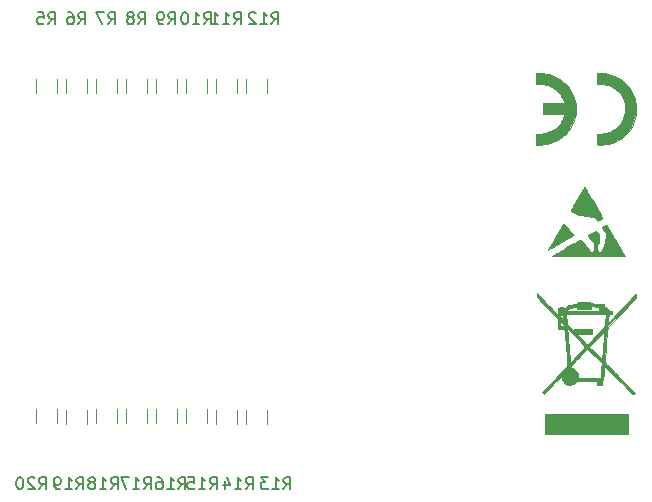
<source format=gbr>
G04 #@! TF.GenerationSoftware,KiCad,Pcbnew,(5.1.5)-3*
G04 #@! TF.CreationDate,2020-05-30T20:03:18+02:00*
G04 #@! TF.ProjectId,MultiSwitch_Sw16_ProMicro,4d756c74-6953-4776-9974-63685f537731,V1.0*
G04 #@! TF.SameCoordinates,Original*
G04 #@! TF.FileFunction,Legend,Bot*
G04 #@! TF.FilePolarity,Positive*
%FSLAX46Y46*%
G04 Gerber Fmt 4.6, Leading zero omitted, Abs format (unit mm)*
G04 Created by KiCad (PCBNEW (5.1.5)-3) date 2020-05-30 20:03:18*
%MOMM*%
%LPD*%
G04 APERTURE LIST*
%ADD10C,0.010000*%
%ADD11C,0.120000*%
%ADD12C,0.150000*%
G04 APERTURE END LIST*
D10*
G36*
X168512795Y-104042248D02*
G01*
X168514022Y-104214706D01*
X169408614Y-105123628D01*
X170303206Y-106032549D01*
X170304510Y-106866765D01*
X170849301Y-106866765D01*
X170863339Y-106972598D01*
X170868655Y-107020837D01*
X170877614Y-107111679D01*
X170889739Y-107239704D01*
X170904550Y-107399494D01*
X170921568Y-107585630D01*
X170940313Y-107792693D01*
X170960306Y-108015265D01*
X170981068Y-108247926D01*
X171002120Y-108485257D01*
X171022983Y-108721840D01*
X171043177Y-108952256D01*
X171062222Y-109171086D01*
X171079641Y-109372911D01*
X171094953Y-109552312D01*
X171107679Y-109703870D01*
X171117341Y-109822168D01*
X171123458Y-109901784D01*
X171125551Y-109937302D01*
X171125550Y-109937471D01*
X171110284Y-109965970D01*
X171064430Y-110024815D01*
X170987365Y-110114691D01*
X170878465Y-110236283D01*
X170737105Y-110390276D01*
X170562662Y-110577355D01*
X170354512Y-110798204D01*
X170112032Y-111053510D01*
X170043875Y-111125000D01*
X168962925Y-112258039D01*
X169050316Y-112345196D01*
X169137706Y-112432353D01*
X169279098Y-112278521D01*
X169330824Y-112222926D01*
X169411624Y-112136953D01*
X169516167Y-112026235D01*
X169639121Y-111896403D01*
X169775157Y-111753089D01*
X169918941Y-111601927D01*
X170004960Y-111511644D01*
X170166451Y-111342509D01*
X170296983Y-111207033D01*
X170399884Y-111102752D01*
X170478483Y-111027203D01*
X170536108Y-110977922D01*
X170576089Y-110952446D01*
X170601752Y-110948311D01*
X170616427Y-110963054D01*
X170623442Y-110994212D01*
X170626125Y-111039320D01*
X170626485Y-111051630D01*
X170645137Y-111136433D01*
X170691094Y-111238934D01*
X170755181Y-111342924D01*
X170828226Y-111432191D01*
X170857454Y-111459766D01*
X171007422Y-111556250D01*
X171182605Y-111610234D01*
X171337488Y-111623039D01*
X171513014Y-111598886D01*
X171675121Y-111528061D01*
X171818596Y-111413017D01*
X171845068Y-111384381D01*
X171941867Y-111274412D01*
X173616471Y-111274412D01*
X173616471Y-111623039D01*
X174064706Y-111623039D01*
X174064706Y-111460168D01*
X174070331Y-111348980D01*
X174089229Y-111271805D01*
X174112197Y-111229825D01*
X174128607Y-111199789D01*
X174142659Y-111156239D01*
X174155284Y-111092720D01*
X174167413Y-111002774D01*
X174179976Y-110879947D01*
X174193906Y-110717782D01*
X174203444Y-110597144D01*
X174247200Y-110031934D01*
X175321374Y-111120085D01*
X175515595Y-111316981D01*
X175702043Y-111506281D01*
X175877310Y-111684506D01*
X176037989Y-111848180D01*
X176180674Y-111993824D01*
X176301958Y-112117962D01*
X176398434Y-112217115D01*
X176466696Y-112287807D01*
X176503298Y-112326520D01*
X176563432Y-112387811D01*
X176613592Y-112430559D01*
X176640571Y-112444804D01*
X176675032Y-112428118D01*
X176725264Y-112386425D01*
X176742291Y-112369447D01*
X176814488Y-112294089D01*
X176416999Y-111890164D01*
X176315592Y-111787266D01*
X176184833Y-111654820D01*
X176030459Y-111498625D01*
X175858204Y-111324478D01*
X175673806Y-111138176D01*
X175483001Y-110945518D01*
X175291523Y-110752301D01*
X175154167Y-110613777D01*
X174945372Y-110402678D01*
X174769962Y-110223960D01*
X174625692Y-110075204D01*
X174510320Y-109953991D01*
X174421601Y-109857903D01*
X174377630Y-109807727D01*
X174024531Y-109807727D01*
X173980323Y-110372981D01*
X173966991Y-110538668D01*
X173954095Y-110690185D01*
X173942364Y-110819611D01*
X173932530Y-110919027D01*
X173925324Y-110980515D01*
X173923005Y-110994265D01*
X173909895Y-111050294D01*
X172029564Y-111050294D01*
X172017012Y-110893925D01*
X171979116Y-110709173D01*
X171899812Y-110545742D01*
X171784101Y-110409585D01*
X171636981Y-110306654D01*
X171471854Y-110244866D01*
X171418284Y-110215883D01*
X171391465Y-110153680D01*
X171390903Y-110150937D01*
X171387685Y-110124677D01*
X171391663Y-110097787D01*
X171406719Y-110065279D01*
X171436736Y-110022166D01*
X171485597Y-109963461D01*
X171557184Y-109884174D01*
X171655380Y-109779319D01*
X171784068Y-109643907D01*
X171792383Y-109635186D01*
X171930800Y-109489837D01*
X172077957Y-109335021D01*
X172223741Y-109181397D01*
X172358042Y-109039623D01*
X172470747Y-108920355D01*
X172495882Y-108893692D01*
X172592238Y-108793153D01*
X172677834Y-108707115D01*
X172746527Y-108641496D01*
X172792172Y-108602214D01*
X172807497Y-108593580D01*
X172830352Y-108611650D01*
X172883799Y-108661219D01*
X172963630Y-108738162D01*
X173065636Y-108838351D01*
X173185608Y-108957660D01*
X173319337Y-109091962D01*
X173428636Y-109202589D01*
X174024531Y-109807727D01*
X174377630Y-109807727D01*
X174357292Y-109784519D01*
X174315148Y-109731420D01*
X174292927Y-109696189D01*
X174287983Y-109679873D01*
X174289856Y-109644266D01*
X174295546Y-109563669D01*
X174304685Y-109442720D01*
X174316904Y-109286058D01*
X174331836Y-109098320D01*
X174349113Y-108884146D01*
X174368365Y-108648172D01*
X174389225Y-108395036D01*
X174406037Y-108192729D01*
X174501157Y-107052099D01*
X174256398Y-107052099D01*
X174255344Y-107076714D01*
X174250386Y-107146041D01*
X174241922Y-107255171D01*
X174230352Y-107399200D01*
X174216072Y-107573219D01*
X174199483Y-107772322D01*
X174180981Y-107991604D01*
X174163225Y-108199797D01*
X174143113Y-108436016D01*
X174124379Y-108659000D01*
X174107454Y-108863428D01*
X174092765Y-109043975D01*
X174080743Y-109195320D01*
X174071817Y-109312139D01*
X174066415Y-109389111D01*
X174064916Y-109419004D01*
X174062577Y-109437608D01*
X174053311Y-109444991D01*
X174033546Y-109438070D01*
X173999710Y-109413767D01*
X173948231Y-109368999D01*
X173875538Y-109300688D01*
X173778058Y-109205751D01*
X173652221Y-109081110D01*
X173518703Y-108947917D01*
X172972699Y-108402337D01*
X172976526Y-108398235D01*
X172615613Y-108398235D01*
X172599164Y-108420761D01*
X172553117Y-108473801D01*
X172482086Y-108552481D01*
X172390686Y-108651926D01*
X172283532Y-108767261D01*
X172165240Y-108893612D01*
X172040424Y-109026104D01*
X171913700Y-109159863D01*
X171789682Y-109290013D01*
X171672987Y-109411680D01*
X171568228Y-109519990D01*
X171480021Y-109610068D01*
X171412981Y-109677038D01*
X171371724Y-109716027D01*
X171360473Y-109723970D01*
X171356764Y-109698332D01*
X171349065Y-109627519D01*
X171337798Y-109515964D01*
X171323389Y-109368100D01*
X171306259Y-109188359D01*
X171286833Y-108981175D01*
X171265533Y-108750981D01*
X171242783Y-108502210D01*
X171224619Y-108301615D01*
X171201384Y-108041512D01*
X171179917Y-107796484D01*
X171160579Y-107570976D01*
X171143732Y-107369432D01*
X171129735Y-107196297D01*
X171118950Y-107056018D01*
X171111739Y-106953037D01*
X171108461Y-106891801D01*
X171108836Y-106875902D01*
X171128426Y-106890064D01*
X171178311Y-106935587D01*
X171254132Y-107008064D01*
X171351528Y-107103090D01*
X171466136Y-107216258D01*
X171593597Y-107343162D01*
X171729548Y-107479396D01*
X171869629Y-107620554D01*
X172009478Y-107762230D01*
X172144735Y-107900016D01*
X172271038Y-108029508D01*
X172384026Y-108146300D01*
X172479338Y-108245984D01*
X172552612Y-108324154D01*
X172599489Y-108376406D01*
X172615613Y-108398235D01*
X172976526Y-108398235D01*
X173176301Y-108184132D01*
X173279992Y-108073393D01*
X173396372Y-107949759D01*
X173520840Y-107818054D01*
X173648794Y-107683100D01*
X173775633Y-107549720D01*
X173896755Y-107422737D01*
X174007558Y-107306972D01*
X174103442Y-107207250D01*
X174179806Y-107128392D01*
X174232046Y-107075222D01*
X174255563Y-107052562D01*
X174256398Y-107052099D01*
X174501157Y-107052099D01*
X174524931Y-106767026D01*
X176903529Y-104265520D01*
X176901779Y-103915882D01*
X176709664Y-104121103D01*
X176602145Y-104235564D01*
X176475204Y-104370041D01*
X176332266Y-104520956D01*
X176176757Y-104684729D01*
X176012103Y-104857782D01*
X175841729Y-105036537D01*
X175669061Y-105217415D01*
X175497525Y-105396838D01*
X175330546Y-105571226D01*
X175171550Y-105737002D01*
X175023963Y-105890586D01*
X174891211Y-106028400D01*
X174776718Y-106146866D01*
X174683912Y-106242404D01*
X174616217Y-106311437D01*
X174577060Y-106350385D01*
X174568478Y-106357857D01*
X174567888Y-106331866D01*
X174571134Y-106265319D01*
X174577653Y-106167272D01*
X174586880Y-106046779D01*
X174590841Y-105998645D01*
X174620339Y-105646569D01*
X174389380Y-105646569D01*
X174377456Y-105702598D01*
X174371375Y-105746909D01*
X174362830Y-105830283D01*
X174352809Y-105942097D01*
X174342299Y-106071728D01*
X174338662Y-106119706D01*
X174327934Y-106257460D01*
X174317106Y-106385387D01*
X174307261Y-106491399D01*
X174299482Y-106563409D01*
X174297728Y-106576477D01*
X174291111Y-106603307D01*
X174276788Y-106634712D01*
X174251713Y-106674214D01*
X174212841Y-106725332D01*
X174157126Y-106791589D01*
X174081523Y-106876503D01*
X173982987Y-106983595D01*
X173858471Y-107116386D01*
X173704930Y-107278397D01*
X173548300Y-107442783D01*
X173392470Y-107605461D01*
X173247006Y-107756118D01*
X173115531Y-107891093D01*
X173001665Y-108006722D01*
X172909030Y-108099343D01*
X172841246Y-108165294D01*
X172801935Y-108200910D01*
X172793552Y-108206208D01*
X172771496Y-108186996D01*
X172719942Y-108136893D01*
X172643894Y-108060926D01*
X172548355Y-107964121D01*
X172438328Y-107851504D01*
X172358760Y-107769461D01*
X171943350Y-107339902D01*
X173168235Y-107339902D01*
X173168235Y-106866765D01*
X171674118Y-106866765D01*
X171674118Y-107077582D01*
X171400196Y-106804510D01*
X171205884Y-106610800D01*
X170827451Y-106610800D01*
X170823831Y-106641358D01*
X170805509Y-106658383D01*
X170761293Y-106665801D01*
X170679988Y-106667536D01*
X170665588Y-106667549D01*
X170503726Y-106667549D01*
X170503726Y-106233204D01*
X170665588Y-106393628D01*
X170756895Y-106491161D01*
X170811507Y-106565883D01*
X170827451Y-106610800D01*
X171205884Y-106610800D01*
X171126275Y-106531438D01*
X171126275Y-106288219D01*
X171125512Y-106176323D01*
X171122021Y-106105137D01*
X171114000Y-106065579D01*
X171099644Y-106048562D01*
X171077996Y-106045000D01*
X171053920Y-106039771D01*
X171036125Y-106018805D01*
X171022459Y-105974186D01*
X171010772Y-105897997D01*
X170998911Y-105782320D01*
X170995104Y-105739951D01*
X170986863Y-105646569D01*
X174389380Y-105646569D01*
X174620339Y-105646569D01*
X174936275Y-105646569D01*
X174936275Y-105422451D01*
X174802013Y-105422451D01*
X174723486Y-105420300D01*
X174680817Y-105409919D01*
X174675597Y-105403740D01*
X174400593Y-105403740D01*
X174386120Y-105417855D01*
X174335986Y-105422212D01*
X174302151Y-105422451D01*
X174189216Y-105422451D01*
X173768064Y-105422451D01*
X170966755Y-105422451D01*
X171061504Y-105325419D01*
X171208664Y-105205681D01*
X171390793Y-105113330D01*
X171610977Y-105047100D01*
X171829755Y-105010470D01*
X171972941Y-104993379D01*
X171972941Y-105173431D01*
X173118431Y-105173431D01*
X173118431Y-104969161D01*
X173286520Y-104986197D01*
X173403963Y-105000574D01*
X173529091Y-105019633D01*
X173604020Y-105033245D01*
X173753431Y-105063257D01*
X173760748Y-105242854D01*
X173768064Y-105422451D01*
X174189216Y-105422451D01*
X174189216Y-105322843D01*
X174192508Y-105260443D01*
X174200733Y-105225760D01*
X174204048Y-105223235D01*
X174240914Y-105239208D01*
X174294774Y-105277957D01*
X174348769Y-105325732D01*
X174386038Y-105368781D01*
X174389358Y-105374379D01*
X174400593Y-105403740D01*
X174675597Y-105403740D01*
X174660115Y-105385416D01*
X174651758Y-105358724D01*
X174617648Y-105289456D01*
X174552136Y-105206185D01*
X174466493Y-105120587D01*
X174371991Y-105044339D01*
X174309917Y-105004625D01*
X174239205Y-104961155D01*
X174202956Y-104924638D01*
X174190220Y-104881578D01*
X174189241Y-104855931D01*
X174189240Y-104849706D01*
X172919216Y-104849706D01*
X172919216Y-104974216D01*
X172172157Y-104974216D01*
X172172157Y-104849706D01*
X172919216Y-104849706D01*
X174189240Y-104849706D01*
X174189216Y-104775000D01*
X173979624Y-104775000D01*
X173883193Y-104777331D01*
X173808037Y-104783543D01*
X173766257Y-104792465D01*
X173761732Y-104796078D01*
X173735230Y-104801624D01*
X173670733Y-104799352D01*
X173579323Y-104789935D01*
X173516863Y-104781240D01*
X173403608Y-104764159D01*
X173300030Y-104748739D01*
X173222192Y-104737363D01*
X173199363Y-104734132D01*
X173139718Y-104715660D01*
X173118431Y-104686715D01*
X173111959Y-104674926D01*
X173088808Y-104665933D01*
X173043374Y-104659381D01*
X172970055Y-104654915D01*
X172863246Y-104652181D01*
X172717346Y-104650826D01*
X172545686Y-104650490D01*
X172362481Y-104650681D01*
X172223108Y-104651579D01*
X172121596Y-104653677D01*
X172051974Y-104657467D01*
X172008269Y-104663439D01*
X171984512Y-104672085D01*
X171974731Y-104683897D01*
X171972941Y-104697630D01*
X171957705Y-104741221D01*
X171907799Y-104766027D01*
X171816924Y-104774874D01*
X171800574Y-104775000D01*
X171646680Y-104790876D01*
X171471891Y-104834579D01*
X171291968Y-104900224D01*
X171122676Y-104981927D01*
X170979777Y-105073801D01*
X170961269Y-105088358D01*
X170900944Y-105135720D01*
X170865220Y-105154690D01*
X170840272Y-105148557D01*
X170814664Y-105123256D01*
X170739028Y-105073695D01*
X170640591Y-105054669D01*
X170534588Y-105064564D01*
X170436254Y-105101763D01*
X170360824Y-105164651D01*
X170355361Y-105171961D01*
X170298919Y-105289354D01*
X170288418Y-105410869D01*
X170322699Y-105526707D01*
X170400604Y-105627068D01*
X170410130Y-105635355D01*
X170465442Y-105674722D01*
X170521562Y-105692058D01*
X170600459Y-105693310D01*
X170620168Y-105692200D01*
X170697362Y-105689367D01*
X170737124Y-105695857D01*
X170751519Y-105715441D01*
X170752996Y-105733726D01*
X170756013Y-105786768D01*
X170763500Y-105866539D01*
X170768881Y-105914265D01*
X170776686Y-105990069D01*
X170773440Y-106028874D01*
X170754617Y-106043058D01*
X170721089Y-106045000D01*
X170701204Y-106038587D01*
X170669126Y-106017831D01*
X170622478Y-105980456D01*
X170558882Y-105924189D01*
X170475962Y-105846755D01*
X170371340Y-105745878D01*
X170242639Y-105619283D01*
X170087482Y-105464696D01*
X169903492Y-105279842D01*
X169688291Y-105062446D01*
X169584581Y-104957395D01*
X168511569Y-103869791D01*
X168512795Y-104042248D01*
G37*
X168512795Y-104042248D02*
X168514022Y-104214706D01*
X169408614Y-105123628D01*
X170303206Y-106032549D01*
X170304510Y-106866765D01*
X170849301Y-106866765D01*
X170863339Y-106972598D01*
X170868655Y-107020837D01*
X170877614Y-107111679D01*
X170889739Y-107239704D01*
X170904550Y-107399494D01*
X170921568Y-107585630D01*
X170940313Y-107792693D01*
X170960306Y-108015265D01*
X170981068Y-108247926D01*
X171002120Y-108485257D01*
X171022983Y-108721840D01*
X171043177Y-108952256D01*
X171062222Y-109171086D01*
X171079641Y-109372911D01*
X171094953Y-109552312D01*
X171107679Y-109703870D01*
X171117341Y-109822168D01*
X171123458Y-109901784D01*
X171125551Y-109937302D01*
X171125550Y-109937471D01*
X171110284Y-109965970D01*
X171064430Y-110024815D01*
X170987365Y-110114691D01*
X170878465Y-110236283D01*
X170737105Y-110390276D01*
X170562662Y-110577355D01*
X170354512Y-110798204D01*
X170112032Y-111053510D01*
X170043875Y-111125000D01*
X168962925Y-112258039D01*
X169050316Y-112345196D01*
X169137706Y-112432353D01*
X169279098Y-112278521D01*
X169330824Y-112222926D01*
X169411624Y-112136953D01*
X169516167Y-112026235D01*
X169639121Y-111896403D01*
X169775157Y-111753089D01*
X169918941Y-111601927D01*
X170004960Y-111511644D01*
X170166451Y-111342509D01*
X170296983Y-111207033D01*
X170399884Y-111102752D01*
X170478483Y-111027203D01*
X170536108Y-110977922D01*
X170576089Y-110952446D01*
X170601752Y-110948311D01*
X170616427Y-110963054D01*
X170623442Y-110994212D01*
X170626125Y-111039320D01*
X170626485Y-111051630D01*
X170645137Y-111136433D01*
X170691094Y-111238934D01*
X170755181Y-111342924D01*
X170828226Y-111432191D01*
X170857454Y-111459766D01*
X171007422Y-111556250D01*
X171182605Y-111610234D01*
X171337488Y-111623039D01*
X171513014Y-111598886D01*
X171675121Y-111528061D01*
X171818596Y-111413017D01*
X171845068Y-111384381D01*
X171941867Y-111274412D01*
X173616471Y-111274412D01*
X173616471Y-111623039D01*
X174064706Y-111623039D01*
X174064706Y-111460168D01*
X174070331Y-111348980D01*
X174089229Y-111271805D01*
X174112197Y-111229825D01*
X174128607Y-111199789D01*
X174142659Y-111156239D01*
X174155284Y-111092720D01*
X174167413Y-111002774D01*
X174179976Y-110879947D01*
X174193906Y-110717782D01*
X174203444Y-110597144D01*
X174247200Y-110031934D01*
X175321374Y-111120085D01*
X175515595Y-111316981D01*
X175702043Y-111506281D01*
X175877310Y-111684506D01*
X176037989Y-111848180D01*
X176180674Y-111993824D01*
X176301958Y-112117962D01*
X176398434Y-112217115D01*
X176466696Y-112287807D01*
X176503298Y-112326520D01*
X176563432Y-112387811D01*
X176613592Y-112430559D01*
X176640571Y-112444804D01*
X176675032Y-112428118D01*
X176725264Y-112386425D01*
X176742291Y-112369447D01*
X176814488Y-112294089D01*
X176416999Y-111890164D01*
X176315592Y-111787266D01*
X176184833Y-111654820D01*
X176030459Y-111498625D01*
X175858204Y-111324478D01*
X175673806Y-111138176D01*
X175483001Y-110945518D01*
X175291523Y-110752301D01*
X175154167Y-110613777D01*
X174945372Y-110402678D01*
X174769962Y-110223960D01*
X174625692Y-110075204D01*
X174510320Y-109953991D01*
X174421601Y-109857903D01*
X174377630Y-109807727D01*
X174024531Y-109807727D01*
X173980323Y-110372981D01*
X173966991Y-110538668D01*
X173954095Y-110690185D01*
X173942364Y-110819611D01*
X173932530Y-110919027D01*
X173925324Y-110980515D01*
X173923005Y-110994265D01*
X173909895Y-111050294D01*
X172029564Y-111050294D01*
X172017012Y-110893925D01*
X171979116Y-110709173D01*
X171899812Y-110545742D01*
X171784101Y-110409585D01*
X171636981Y-110306654D01*
X171471854Y-110244866D01*
X171418284Y-110215883D01*
X171391465Y-110153680D01*
X171390903Y-110150937D01*
X171387685Y-110124677D01*
X171391663Y-110097787D01*
X171406719Y-110065279D01*
X171436736Y-110022166D01*
X171485597Y-109963461D01*
X171557184Y-109884174D01*
X171655380Y-109779319D01*
X171784068Y-109643907D01*
X171792383Y-109635186D01*
X171930800Y-109489837D01*
X172077957Y-109335021D01*
X172223741Y-109181397D01*
X172358042Y-109039623D01*
X172470747Y-108920355D01*
X172495882Y-108893692D01*
X172592238Y-108793153D01*
X172677834Y-108707115D01*
X172746527Y-108641496D01*
X172792172Y-108602214D01*
X172807497Y-108593580D01*
X172830352Y-108611650D01*
X172883799Y-108661219D01*
X172963630Y-108738162D01*
X173065636Y-108838351D01*
X173185608Y-108957660D01*
X173319337Y-109091962D01*
X173428636Y-109202589D01*
X174024531Y-109807727D01*
X174377630Y-109807727D01*
X174357292Y-109784519D01*
X174315148Y-109731420D01*
X174292927Y-109696189D01*
X174287983Y-109679873D01*
X174289856Y-109644266D01*
X174295546Y-109563669D01*
X174304685Y-109442720D01*
X174316904Y-109286058D01*
X174331836Y-109098320D01*
X174349113Y-108884146D01*
X174368365Y-108648172D01*
X174389225Y-108395036D01*
X174406037Y-108192729D01*
X174501157Y-107052099D01*
X174256398Y-107052099D01*
X174255344Y-107076714D01*
X174250386Y-107146041D01*
X174241922Y-107255171D01*
X174230352Y-107399200D01*
X174216072Y-107573219D01*
X174199483Y-107772322D01*
X174180981Y-107991604D01*
X174163225Y-108199797D01*
X174143113Y-108436016D01*
X174124379Y-108659000D01*
X174107454Y-108863428D01*
X174092765Y-109043975D01*
X174080743Y-109195320D01*
X174071817Y-109312139D01*
X174066415Y-109389111D01*
X174064916Y-109419004D01*
X174062577Y-109437608D01*
X174053311Y-109444991D01*
X174033546Y-109438070D01*
X173999710Y-109413767D01*
X173948231Y-109368999D01*
X173875538Y-109300688D01*
X173778058Y-109205751D01*
X173652221Y-109081110D01*
X173518703Y-108947917D01*
X172972699Y-108402337D01*
X172976526Y-108398235D01*
X172615613Y-108398235D01*
X172599164Y-108420761D01*
X172553117Y-108473801D01*
X172482086Y-108552481D01*
X172390686Y-108651926D01*
X172283532Y-108767261D01*
X172165240Y-108893612D01*
X172040424Y-109026104D01*
X171913700Y-109159863D01*
X171789682Y-109290013D01*
X171672987Y-109411680D01*
X171568228Y-109519990D01*
X171480021Y-109610068D01*
X171412981Y-109677038D01*
X171371724Y-109716027D01*
X171360473Y-109723970D01*
X171356764Y-109698332D01*
X171349065Y-109627519D01*
X171337798Y-109515964D01*
X171323389Y-109368100D01*
X171306259Y-109188359D01*
X171286833Y-108981175D01*
X171265533Y-108750981D01*
X171242783Y-108502210D01*
X171224619Y-108301615D01*
X171201384Y-108041512D01*
X171179917Y-107796484D01*
X171160579Y-107570976D01*
X171143732Y-107369432D01*
X171129735Y-107196297D01*
X171118950Y-107056018D01*
X171111739Y-106953037D01*
X171108461Y-106891801D01*
X171108836Y-106875902D01*
X171128426Y-106890064D01*
X171178311Y-106935587D01*
X171254132Y-107008064D01*
X171351528Y-107103090D01*
X171466136Y-107216258D01*
X171593597Y-107343162D01*
X171729548Y-107479396D01*
X171869629Y-107620554D01*
X172009478Y-107762230D01*
X172144735Y-107900016D01*
X172271038Y-108029508D01*
X172384026Y-108146300D01*
X172479338Y-108245984D01*
X172552612Y-108324154D01*
X172599489Y-108376406D01*
X172615613Y-108398235D01*
X172976526Y-108398235D01*
X173176301Y-108184132D01*
X173279992Y-108073393D01*
X173396372Y-107949759D01*
X173520840Y-107818054D01*
X173648794Y-107683100D01*
X173775633Y-107549720D01*
X173896755Y-107422737D01*
X174007558Y-107306972D01*
X174103442Y-107207250D01*
X174179806Y-107128392D01*
X174232046Y-107075222D01*
X174255563Y-107052562D01*
X174256398Y-107052099D01*
X174501157Y-107052099D01*
X174524931Y-106767026D01*
X176903529Y-104265520D01*
X176901779Y-103915882D01*
X176709664Y-104121103D01*
X176602145Y-104235564D01*
X176475204Y-104370041D01*
X176332266Y-104520956D01*
X176176757Y-104684729D01*
X176012103Y-104857782D01*
X175841729Y-105036537D01*
X175669061Y-105217415D01*
X175497525Y-105396838D01*
X175330546Y-105571226D01*
X175171550Y-105737002D01*
X175023963Y-105890586D01*
X174891211Y-106028400D01*
X174776718Y-106146866D01*
X174683912Y-106242404D01*
X174616217Y-106311437D01*
X174577060Y-106350385D01*
X174568478Y-106357857D01*
X174567888Y-106331866D01*
X174571134Y-106265319D01*
X174577653Y-106167272D01*
X174586880Y-106046779D01*
X174590841Y-105998645D01*
X174620339Y-105646569D01*
X174389380Y-105646569D01*
X174377456Y-105702598D01*
X174371375Y-105746909D01*
X174362830Y-105830283D01*
X174352809Y-105942097D01*
X174342299Y-106071728D01*
X174338662Y-106119706D01*
X174327934Y-106257460D01*
X174317106Y-106385387D01*
X174307261Y-106491399D01*
X174299482Y-106563409D01*
X174297728Y-106576477D01*
X174291111Y-106603307D01*
X174276788Y-106634712D01*
X174251713Y-106674214D01*
X174212841Y-106725332D01*
X174157126Y-106791589D01*
X174081523Y-106876503D01*
X173982987Y-106983595D01*
X173858471Y-107116386D01*
X173704930Y-107278397D01*
X173548300Y-107442783D01*
X173392470Y-107605461D01*
X173247006Y-107756118D01*
X173115531Y-107891093D01*
X173001665Y-108006722D01*
X172909030Y-108099343D01*
X172841246Y-108165294D01*
X172801935Y-108200910D01*
X172793552Y-108206208D01*
X172771496Y-108186996D01*
X172719942Y-108136893D01*
X172643894Y-108060926D01*
X172548355Y-107964121D01*
X172438328Y-107851504D01*
X172358760Y-107769461D01*
X171943350Y-107339902D01*
X173168235Y-107339902D01*
X173168235Y-106866765D01*
X171674118Y-106866765D01*
X171674118Y-107077582D01*
X171400196Y-106804510D01*
X171205884Y-106610800D01*
X170827451Y-106610800D01*
X170823831Y-106641358D01*
X170805509Y-106658383D01*
X170761293Y-106665801D01*
X170679988Y-106667536D01*
X170665588Y-106667549D01*
X170503726Y-106667549D01*
X170503726Y-106233204D01*
X170665588Y-106393628D01*
X170756895Y-106491161D01*
X170811507Y-106565883D01*
X170827451Y-106610800D01*
X171205884Y-106610800D01*
X171126275Y-106531438D01*
X171126275Y-106288219D01*
X171125512Y-106176323D01*
X171122021Y-106105137D01*
X171114000Y-106065579D01*
X171099644Y-106048562D01*
X171077996Y-106045000D01*
X171053920Y-106039771D01*
X171036125Y-106018805D01*
X171022459Y-105974186D01*
X171010772Y-105897997D01*
X170998911Y-105782320D01*
X170995104Y-105739951D01*
X170986863Y-105646569D01*
X174389380Y-105646569D01*
X174620339Y-105646569D01*
X174936275Y-105646569D01*
X174936275Y-105422451D01*
X174802013Y-105422451D01*
X174723486Y-105420300D01*
X174680817Y-105409919D01*
X174675597Y-105403740D01*
X174400593Y-105403740D01*
X174386120Y-105417855D01*
X174335986Y-105422212D01*
X174302151Y-105422451D01*
X174189216Y-105422451D01*
X173768064Y-105422451D01*
X170966755Y-105422451D01*
X171061504Y-105325419D01*
X171208664Y-105205681D01*
X171390793Y-105113330D01*
X171610977Y-105047100D01*
X171829755Y-105010470D01*
X171972941Y-104993379D01*
X171972941Y-105173431D01*
X173118431Y-105173431D01*
X173118431Y-104969161D01*
X173286520Y-104986197D01*
X173403963Y-105000574D01*
X173529091Y-105019633D01*
X173604020Y-105033245D01*
X173753431Y-105063257D01*
X173760748Y-105242854D01*
X173768064Y-105422451D01*
X174189216Y-105422451D01*
X174189216Y-105322843D01*
X174192508Y-105260443D01*
X174200733Y-105225760D01*
X174204048Y-105223235D01*
X174240914Y-105239208D01*
X174294774Y-105277957D01*
X174348769Y-105325732D01*
X174386038Y-105368781D01*
X174389358Y-105374379D01*
X174400593Y-105403740D01*
X174675597Y-105403740D01*
X174660115Y-105385416D01*
X174651758Y-105358724D01*
X174617648Y-105289456D01*
X174552136Y-105206185D01*
X174466493Y-105120587D01*
X174371991Y-105044339D01*
X174309917Y-105004625D01*
X174239205Y-104961155D01*
X174202956Y-104924638D01*
X174190220Y-104881578D01*
X174189241Y-104855931D01*
X174189240Y-104849706D01*
X172919216Y-104849706D01*
X172919216Y-104974216D01*
X172172157Y-104974216D01*
X172172157Y-104849706D01*
X172919216Y-104849706D01*
X174189240Y-104849706D01*
X174189216Y-104775000D01*
X173979624Y-104775000D01*
X173883193Y-104777331D01*
X173808037Y-104783543D01*
X173766257Y-104792465D01*
X173761732Y-104796078D01*
X173735230Y-104801624D01*
X173670733Y-104799352D01*
X173579323Y-104789935D01*
X173516863Y-104781240D01*
X173403608Y-104764159D01*
X173300030Y-104748739D01*
X173222192Y-104737363D01*
X173199363Y-104734132D01*
X173139718Y-104715660D01*
X173118431Y-104686715D01*
X173111959Y-104674926D01*
X173088808Y-104665933D01*
X173043374Y-104659381D01*
X172970055Y-104654915D01*
X172863246Y-104652181D01*
X172717346Y-104650826D01*
X172545686Y-104650490D01*
X172362481Y-104650681D01*
X172223108Y-104651579D01*
X172121596Y-104653677D01*
X172051974Y-104657467D01*
X172008269Y-104663439D01*
X171984512Y-104672085D01*
X171974731Y-104683897D01*
X171972941Y-104697630D01*
X171957705Y-104741221D01*
X171907799Y-104766027D01*
X171816924Y-104774874D01*
X171800574Y-104775000D01*
X171646680Y-104790876D01*
X171471891Y-104834579D01*
X171291968Y-104900224D01*
X171122676Y-104981927D01*
X170979777Y-105073801D01*
X170961269Y-105088358D01*
X170900944Y-105135720D01*
X170865220Y-105154690D01*
X170840272Y-105148557D01*
X170814664Y-105123256D01*
X170739028Y-105073695D01*
X170640591Y-105054669D01*
X170534588Y-105064564D01*
X170436254Y-105101763D01*
X170360824Y-105164651D01*
X170355361Y-105171961D01*
X170298919Y-105289354D01*
X170288418Y-105410869D01*
X170322699Y-105526707D01*
X170400604Y-105627068D01*
X170410130Y-105635355D01*
X170465442Y-105674722D01*
X170521562Y-105692058D01*
X170600459Y-105693310D01*
X170620168Y-105692200D01*
X170697362Y-105689367D01*
X170737124Y-105695857D01*
X170751519Y-105715441D01*
X170752996Y-105733726D01*
X170756013Y-105786768D01*
X170763500Y-105866539D01*
X170768881Y-105914265D01*
X170776686Y-105990069D01*
X170773440Y-106028874D01*
X170754617Y-106043058D01*
X170721089Y-106045000D01*
X170701204Y-106038587D01*
X170669126Y-106017831D01*
X170622478Y-105980456D01*
X170558882Y-105924189D01*
X170475962Y-105846755D01*
X170371340Y-105745878D01*
X170242639Y-105619283D01*
X170087482Y-105464696D01*
X169903492Y-105279842D01*
X169688291Y-105062446D01*
X169584581Y-104957395D01*
X168511569Y-103869791D01*
X168512795Y-104042248D01*
G36*
X169258628Y-115831471D02*
G01*
X176231177Y-115831471D01*
X176231177Y-114113235D01*
X169258628Y-114113235D01*
X169258628Y-115831471D01*
G37*
X169258628Y-115831471D02*
X176231177Y-115831471D01*
X176231177Y-114113235D01*
X169258628Y-114113235D01*
X169258628Y-115831471D01*
G36*
X172555957Y-94875835D02*
G01*
X172532935Y-94913245D01*
X172497466Y-94972514D01*
X172451004Y-95051118D01*
X172395004Y-95146538D01*
X172330919Y-95256250D01*
X172260204Y-95377734D01*
X172184313Y-95508468D01*
X172104701Y-95645930D01*
X172022822Y-95787598D01*
X171940130Y-95930951D01*
X171858079Y-96073467D01*
X171778124Y-96212624D01*
X171701719Y-96345901D01*
X171630318Y-96470776D01*
X171565376Y-96584727D01*
X171508347Y-96685233D01*
X171460685Y-96769772D01*
X171423845Y-96835822D01*
X171399280Y-96880862D01*
X171388446Y-96902370D01*
X171388049Y-96903714D01*
X171401499Y-96921965D01*
X171438886Y-96949882D01*
X171495765Y-96984725D01*
X171567688Y-97023754D01*
X171642985Y-97060843D01*
X171745440Y-97105817D01*
X171853183Y-97146226D01*
X171969927Y-97182969D01*
X172099382Y-97216942D01*
X172245260Y-97249044D01*
X172411274Y-97280173D01*
X172601134Y-97311227D01*
X172797531Y-97340145D01*
X172968166Y-97365800D01*
X173111455Y-97391198D01*
X173230992Y-97417602D01*
X173330370Y-97446273D01*
X173413182Y-97478473D01*
X173483022Y-97515465D01*
X173543482Y-97558512D01*
X173598155Y-97608875D01*
X173615786Y-97627583D01*
X173654000Y-97671139D01*
X173682268Y-97706682D01*
X173695382Y-97727583D01*
X173695732Y-97729297D01*
X173700320Y-97739806D01*
X173716242Y-97739924D01*
X173746734Y-97728254D01*
X173795032Y-97703396D01*
X173864373Y-97663952D01*
X173912561Y-97635587D01*
X173984417Y-97591247D01*
X174040258Y-97553279D01*
X174076333Y-97524416D01*
X174088887Y-97507388D01*
X174088879Y-97507264D01*
X174081094Y-97491037D01*
X174059108Y-97450400D01*
X174024197Y-97387567D01*
X173977637Y-97304752D01*
X173920705Y-97204172D01*
X173854677Y-97088040D01*
X173780828Y-96958571D01*
X173700436Y-96817980D01*
X173614776Y-96668482D01*
X173525124Y-96512292D01*
X173432757Y-96351624D01*
X173338951Y-96188693D01*
X173244982Y-96025713D01*
X173152126Y-95864900D01*
X173061660Y-95708468D01*
X172974859Y-95558633D01*
X172893000Y-95417608D01*
X172817359Y-95287609D01*
X172749213Y-95170849D01*
X172689837Y-95069545D01*
X172640507Y-94985911D01*
X172602500Y-94922162D01*
X172577093Y-94880511D01*
X172565560Y-94863175D01*
X172565077Y-94862805D01*
X172555957Y-94875835D01*
G37*
X172555957Y-94875835D02*
X172532935Y-94913245D01*
X172497466Y-94972514D01*
X172451004Y-95051118D01*
X172395004Y-95146538D01*
X172330919Y-95256250D01*
X172260204Y-95377734D01*
X172184313Y-95508468D01*
X172104701Y-95645930D01*
X172022822Y-95787598D01*
X171940130Y-95930951D01*
X171858079Y-96073467D01*
X171778124Y-96212624D01*
X171701719Y-96345901D01*
X171630318Y-96470776D01*
X171565376Y-96584727D01*
X171508347Y-96685233D01*
X171460685Y-96769772D01*
X171423845Y-96835822D01*
X171399280Y-96880862D01*
X171388446Y-96902370D01*
X171388049Y-96903714D01*
X171401499Y-96921965D01*
X171438886Y-96949882D01*
X171495765Y-96984725D01*
X171567688Y-97023754D01*
X171642985Y-97060843D01*
X171745440Y-97105817D01*
X171853183Y-97146226D01*
X171969927Y-97182969D01*
X172099382Y-97216942D01*
X172245260Y-97249044D01*
X172411274Y-97280173D01*
X172601134Y-97311227D01*
X172797531Y-97340145D01*
X172968166Y-97365800D01*
X173111455Y-97391198D01*
X173230992Y-97417602D01*
X173330370Y-97446273D01*
X173413182Y-97478473D01*
X173483022Y-97515465D01*
X173543482Y-97558512D01*
X173598155Y-97608875D01*
X173615786Y-97627583D01*
X173654000Y-97671139D01*
X173682268Y-97706682D01*
X173695382Y-97727583D01*
X173695732Y-97729297D01*
X173700320Y-97739806D01*
X173716242Y-97739924D01*
X173746734Y-97728254D01*
X173795032Y-97703396D01*
X173864373Y-97663952D01*
X173912561Y-97635587D01*
X173984417Y-97591247D01*
X174040258Y-97553279D01*
X174076333Y-97524416D01*
X174088887Y-97507388D01*
X174088879Y-97507264D01*
X174081094Y-97491037D01*
X174059108Y-97450400D01*
X174024197Y-97387567D01*
X173977637Y-97304752D01*
X173920705Y-97204172D01*
X173854677Y-97088040D01*
X173780828Y-96958571D01*
X173700436Y-96817980D01*
X173614776Y-96668482D01*
X173525124Y-96512292D01*
X173432757Y-96351624D01*
X173338951Y-96188693D01*
X173244982Y-96025713D01*
X173152126Y-95864900D01*
X173061660Y-95708468D01*
X172974859Y-95558633D01*
X172893000Y-95417608D01*
X172817359Y-95287609D01*
X172749213Y-95170849D01*
X172689837Y-95069545D01*
X172640507Y-94985911D01*
X172602500Y-94922162D01*
X172577093Y-94880511D01*
X172565560Y-94863175D01*
X172565077Y-94862805D01*
X172555957Y-94875835D01*
G36*
X170732472Y-98024619D02*
G01*
X170721092Y-98043693D01*
X170695512Y-98087421D01*
X170656998Y-98153619D01*
X170606814Y-98240102D01*
X170546225Y-98344685D01*
X170476497Y-98465183D01*
X170398893Y-98599412D01*
X170314680Y-98745187D01*
X170225121Y-98900323D01*
X170133002Y-99060000D01*
X170038924Y-99223117D01*
X169948598Y-99379709D01*
X169863335Y-99527506D01*
X169784443Y-99664240D01*
X169713231Y-99787642D01*
X169651009Y-99895444D01*
X169599087Y-99985377D01*
X169558772Y-100055173D01*
X169531376Y-100102564D01*
X169518493Y-100124786D01*
X169497493Y-100162330D01*
X169486075Y-100185831D01*
X169485449Y-100189920D01*
X169499364Y-100182242D01*
X169538059Y-100160203D01*
X169599513Y-100124971D01*
X169681702Y-100077711D01*
X169782604Y-100019589D01*
X169900195Y-99951771D01*
X170032454Y-99875424D01*
X170177358Y-99791714D01*
X170332883Y-99701806D01*
X170497008Y-99606867D01*
X170559451Y-99570732D01*
X170726513Y-99474083D01*
X170885926Y-99381938D01*
X171035645Y-99295475D01*
X171173624Y-99215871D01*
X171297815Y-99144305D01*
X171406173Y-99081955D01*
X171496652Y-99029998D01*
X171567204Y-98989613D01*
X171615785Y-98961978D01*
X171640346Y-98948272D01*
X171642915Y-98946974D01*
X171635431Y-98935220D01*
X171609386Y-98903795D01*
X171567441Y-98855594D01*
X171512254Y-98793510D01*
X171446483Y-98720439D01*
X171372788Y-98639276D01*
X171293827Y-98552916D01*
X171212260Y-98464253D01*
X171130746Y-98376182D01*
X171051943Y-98291599D01*
X170978510Y-98213397D01*
X170913107Y-98144472D01*
X170858392Y-98087719D01*
X170817023Y-98046032D01*
X170802836Y-98032363D01*
X170755820Y-97988201D01*
X170732472Y-98024619D01*
G37*
X170732472Y-98024619D02*
X170721092Y-98043693D01*
X170695512Y-98087421D01*
X170656998Y-98153619D01*
X170606814Y-98240102D01*
X170546225Y-98344685D01*
X170476497Y-98465183D01*
X170398893Y-98599412D01*
X170314680Y-98745187D01*
X170225121Y-98900323D01*
X170133002Y-99060000D01*
X170038924Y-99223117D01*
X169948598Y-99379709D01*
X169863335Y-99527506D01*
X169784443Y-99664240D01*
X169713231Y-99787642D01*
X169651009Y-99895444D01*
X169599087Y-99985377D01*
X169558772Y-100055173D01*
X169531376Y-100102564D01*
X169518493Y-100124786D01*
X169497493Y-100162330D01*
X169486075Y-100185831D01*
X169485449Y-100189920D01*
X169499364Y-100182242D01*
X169538059Y-100160203D01*
X169599513Y-100124971D01*
X169681702Y-100077711D01*
X169782604Y-100019589D01*
X169900195Y-99951771D01*
X170032454Y-99875424D01*
X170177358Y-99791714D01*
X170332883Y-99701806D01*
X170497008Y-99606867D01*
X170559451Y-99570732D01*
X170726513Y-99474083D01*
X170885926Y-99381938D01*
X171035645Y-99295475D01*
X171173624Y-99215871D01*
X171297815Y-99144305D01*
X171406173Y-99081955D01*
X171496652Y-99029998D01*
X171567204Y-98989613D01*
X171615785Y-98961978D01*
X171640346Y-98948272D01*
X171642915Y-98946974D01*
X171635431Y-98935220D01*
X171609386Y-98903795D01*
X171567441Y-98855594D01*
X171512254Y-98793510D01*
X171446483Y-98720439D01*
X171372788Y-98639276D01*
X171293827Y-98552916D01*
X171212260Y-98464253D01*
X171130746Y-98376182D01*
X171051943Y-98291599D01*
X170978510Y-98213397D01*
X170913107Y-98144472D01*
X170858392Y-98087719D01*
X170817023Y-98046032D01*
X170802836Y-98032363D01*
X170755820Y-97988201D01*
X170732472Y-98024619D01*
G36*
X174397906Y-98081158D02*
G01*
X174365381Y-98093736D01*
X174315807Y-98118712D01*
X174244626Y-98157876D01*
X174239084Y-98160988D01*
X174173526Y-98198476D01*
X174118202Y-98231319D01*
X174078545Y-98256205D01*
X174059988Y-98269820D01*
X174059469Y-98270487D01*
X174063952Y-98289390D01*
X174084514Y-98331605D01*
X174119817Y-98394832D01*
X174168520Y-98476772D01*
X174229282Y-98575122D01*
X174300764Y-98687585D01*
X174318555Y-98715165D01*
X174364907Y-98791699D01*
X174398658Y-98857556D01*
X174416847Y-98906782D01*
X174418714Y-98916507D01*
X174417885Y-98959312D01*
X174408606Y-99027209D01*
X174392032Y-99115843D01*
X174369320Y-99220859D01*
X174341627Y-99337902D01*
X174310110Y-99462616D01*
X174275925Y-99590645D01*
X174240229Y-99717634D01*
X174204179Y-99839228D01*
X174168932Y-99951072D01*
X174135644Y-100048810D01*
X174105472Y-100128087D01*
X174084439Y-100175122D01*
X174059663Y-100225225D01*
X174036270Y-100273168D01*
X174035003Y-100275793D01*
X173996301Y-100324220D01*
X173939816Y-100356828D01*
X173874061Y-100372454D01*
X173807549Y-100369937D01*
X173748795Y-100348114D01*
X173715742Y-100319382D01*
X173668141Y-100240583D01*
X173633261Y-100142378D01*
X173614123Y-100034779D01*
X173611412Y-99973780D01*
X173622330Y-99859935D01*
X173654376Y-99765660D01*
X173709274Y-99686379D01*
X173726393Y-99668733D01*
X173777339Y-99619235D01*
X173780837Y-99269362D01*
X173784336Y-98919489D01*
X173695182Y-98784531D01*
X173653346Y-98723445D01*
X173613055Y-98668493D01*
X173580057Y-98627336D01*
X173565874Y-98612192D01*
X173525719Y-98574810D01*
X173471335Y-98604098D01*
X173436961Y-98625084D01*
X173418154Y-98641378D01*
X173416951Y-98644307D01*
X173404097Y-98656728D01*
X173382104Y-98665977D01*
X173360850Y-98674313D01*
X173328306Y-98690149D01*
X173281678Y-98715033D01*
X173218171Y-98750509D01*
X173134992Y-98798123D01*
X173029347Y-98859422D01*
X172971938Y-98892932D01*
X172904406Y-98933071D01*
X172860115Y-98961659D01*
X172835145Y-98982039D01*
X172825577Y-98997553D01*
X172827492Y-99011546D01*
X172829089Y-99014796D01*
X172844624Y-99035266D01*
X172877864Y-99073665D01*
X172924938Y-99125696D01*
X172981972Y-99187066D01*
X173031300Y-99239090D01*
X173144970Y-99362567D01*
X173233895Y-99469591D01*
X173298866Y-99561240D01*
X173340679Y-99638588D01*
X173354783Y-99677866D01*
X173360608Y-99712249D01*
X173366625Y-99770899D01*
X173372304Y-99847117D01*
X173377116Y-99934202D01*
X173379381Y-99989268D01*
X173382541Y-100084464D01*
X173383931Y-100154062D01*
X173383142Y-100203409D01*
X173379765Y-100237854D01*
X173373392Y-100262743D01*
X173363613Y-100283425D01*
X173355933Y-100296053D01*
X173311579Y-100344726D01*
X173254426Y-100378645D01*
X173194292Y-100393438D01*
X173149227Y-100388086D01*
X173108424Y-100364930D01*
X173057276Y-100323462D01*
X173002958Y-100270912D01*
X172952643Y-100214516D01*
X172913506Y-100161505D01*
X172899095Y-100135889D01*
X172877509Y-100100814D01*
X172838247Y-100047389D01*
X172784898Y-99979789D01*
X172721048Y-99902190D01*
X172650285Y-99818768D01*
X172576196Y-99733698D01*
X172502368Y-99651155D01*
X172432389Y-99575316D01*
X172369845Y-99510356D01*
X172320740Y-99462669D01*
X172266221Y-99415032D01*
X172220358Y-99379908D01*
X172188189Y-99360949D01*
X172177511Y-99358864D01*
X172161147Y-99367274D01*
X172120329Y-99389846D01*
X172057414Y-99425224D01*
X171974756Y-99472054D01*
X171874711Y-99528981D01*
X171759634Y-99594649D01*
X171631881Y-99667703D01*
X171493806Y-99746788D01*
X171347766Y-99830548D01*
X171196116Y-99917629D01*
X171041210Y-100006676D01*
X170885405Y-100096332D01*
X170731056Y-100185243D01*
X170580518Y-100272054D01*
X170436146Y-100355409D01*
X170300296Y-100433954D01*
X170175323Y-100506333D01*
X170063583Y-100571190D01*
X169967430Y-100627171D01*
X169889221Y-100672920D01*
X169831311Y-100707083D01*
X169796054Y-100728304D01*
X169785835Y-100734963D01*
X169799598Y-100736280D01*
X169842896Y-100737559D01*
X169914286Y-100738796D01*
X170012327Y-100739983D01*
X170135578Y-100741115D01*
X170282597Y-100742186D01*
X170451943Y-100743189D01*
X170642174Y-100744119D01*
X170851849Y-100744968D01*
X171079527Y-100745732D01*
X171323765Y-100746403D01*
X171583123Y-100746976D01*
X171856159Y-100747444D01*
X172141432Y-100747802D01*
X172437500Y-100748042D01*
X172742921Y-100748159D01*
X172871076Y-100748171D01*
X175971030Y-100748171D01*
X175749947Y-100364847D01*
X175703144Y-100283680D01*
X175642898Y-100179166D01*
X175571222Y-100054801D01*
X175490131Y-99914082D01*
X175401638Y-99760503D01*
X175307760Y-99597562D01*
X175210509Y-99428754D01*
X175111900Y-99257575D01*
X175013947Y-99087521D01*
X174989175Y-99044512D01*
X174898848Y-98887857D01*
X174812711Y-98738803D01*
X174732058Y-98599568D01*
X174658184Y-98472371D01*
X174592383Y-98359432D01*
X174535950Y-98262968D01*
X174490179Y-98185200D01*
X174456365Y-98128346D01*
X174435802Y-98094625D01*
X174430047Y-98086040D01*
X174417942Y-98079189D01*
X174397906Y-98081158D01*
G37*
X174397906Y-98081158D02*
X174365381Y-98093736D01*
X174315807Y-98118712D01*
X174244626Y-98157876D01*
X174239084Y-98160988D01*
X174173526Y-98198476D01*
X174118202Y-98231319D01*
X174078545Y-98256205D01*
X174059988Y-98269820D01*
X174059469Y-98270487D01*
X174063952Y-98289390D01*
X174084514Y-98331605D01*
X174119817Y-98394832D01*
X174168520Y-98476772D01*
X174229282Y-98575122D01*
X174300764Y-98687585D01*
X174318555Y-98715165D01*
X174364907Y-98791699D01*
X174398658Y-98857556D01*
X174416847Y-98906782D01*
X174418714Y-98916507D01*
X174417885Y-98959312D01*
X174408606Y-99027209D01*
X174392032Y-99115843D01*
X174369320Y-99220859D01*
X174341627Y-99337902D01*
X174310110Y-99462616D01*
X174275925Y-99590645D01*
X174240229Y-99717634D01*
X174204179Y-99839228D01*
X174168932Y-99951072D01*
X174135644Y-100048810D01*
X174105472Y-100128087D01*
X174084439Y-100175122D01*
X174059663Y-100225225D01*
X174036270Y-100273168D01*
X174035003Y-100275793D01*
X173996301Y-100324220D01*
X173939816Y-100356828D01*
X173874061Y-100372454D01*
X173807549Y-100369937D01*
X173748795Y-100348114D01*
X173715742Y-100319382D01*
X173668141Y-100240583D01*
X173633261Y-100142378D01*
X173614123Y-100034779D01*
X173611412Y-99973780D01*
X173622330Y-99859935D01*
X173654376Y-99765660D01*
X173709274Y-99686379D01*
X173726393Y-99668733D01*
X173777339Y-99619235D01*
X173780837Y-99269362D01*
X173784336Y-98919489D01*
X173695182Y-98784531D01*
X173653346Y-98723445D01*
X173613055Y-98668493D01*
X173580057Y-98627336D01*
X173565874Y-98612192D01*
X173525719Y-98574810D01*
X173471335Y-98604098D01*
X173436961Y-98625084D01*
X173418154Y-98641378D01*
X173416951Y-98644307D01*
X173404097Y-98656728D01*
X173382104Y-98665977D01*
X173360850Y-98674313D01*
X173328306Y-98690149D01*
X173281678Y-98715033D01*
X173218171Y-98750509D01*
X173134992Y-98798123D01*
X173029347Y-98859422D01*
X172971938Y-98892932D01*
X172904406Y-98933071D01*
X172860115Y-98961659D01*
X172835145Y-98982039D01*
X172825577Y-98997553D01*
X172827492Y-99011546D01*
X172829089Y-99014796D01*
X172844624Y-99035266D01*
X172877864Y-99073665D01*
X172924938Y-99125696D01*
X172981972Y-99187066D01*
X173031300Y-99239090D01*
X173144970Y-99362567D01*
X173233895Y-99469591D01*
X173298866Y-99561240D01*
X173340679Y-99638588D01*
X173354783Y-99677866D01*
X173360608Y-99712249D01*
X173366625Y-99770899D01*
X173372304Y-99847117D01*
X173377116Y-99934202D01*
X173379381Y-99989268D01*
X173382541Y-100084464D01*
X173383931Y-100154062D01*
X173383142Y-100203409D01*
X173379765Y-100237854D01*
X173373392Y-100262743D01*
X173363613Y-100283425D01*
X173355933Y-100296053D01*
X173311579Y-100344726D01*
X173254426Y-100378645D01*
X173194292Y-100393438D01*
X173149227Y-100388086D01*
X173108424Y-100364930D01*
X173057276Y-100323462D01*
X173002958Y-100270912D01*
X172952643Y-100214516D01*
X172913506Y-100161505D01*
X172899095Y-100135889D01*
X172877509Y-100100814D01*
X172838247Y-100047389D01*
X172784898Y-99979789D01*
X172721048Y-99902190D01*
X172650285Y-99818768D01*
X172576196Y-99733698D01*
X172502368Y-99651155D01*
X172432389Y-99575316D01*
X172369845Y-99510356D01*
X172320740Y-99462669D01*
X172266221Y-99415032D01*
X172220358Y-99379908D01*
X172188189Y-99360949D01*
X172177511Y-99358864D01*
X172161147Y-99367274D01*
X172120329Y-99389846D01*
X172057414Y-99425224D01*
X171974756Y-99472054D01*
X171874711Y-99528981D01*
X171759634Y-99594649D01*
X171631881Y-99667703D01*
X171493806Y-99746788D01*
X171347766Y-99830548D01*
X171196116Y-99917629D01*
X171041210Y-100006676D01*
X170885405Y-100096332D01*
X170731056Y-100185243D01*
X170580518Y-100272054D01*
X170436146Y-100355409D01*
X170300296Y-100433954D01*
X170175323Y-100506333D01*
X170063583Y-100571190D01*
X169967430Y-100627171D01*
X169889221Y-100672920D01*
X169831311Y-100707083D01*
X169796054Y-100728304D01*
X169785835Y-100734963D01*
X169799598Y-100736280D01*
X169842896Y-100737559D01*
X169914286Y-100738796D01*
X170012327Y-100739983D01*
X170135578Y-100741115D01*
X170282597Y-100742186D01*
X170451943Y-100743189D01*
X170642174Y-100744119D01*
X170851849Y-100744968D01*
X171079527Y-100745732D01*
X171323765Y-100746403D01*
X171583123Y-100746976D01*
X171856159Y-100747444D01*
X172141432Y-100747802D01*
X172437500Y-100748042D01*
X172742921Y-100748159D01*
X172871076Y-100748171D01*
X175971030Y-100748171D01*
X175749947Y-100364847D01*
X175703144Y-100283680D01*
X175642898Y-100179166D01*
X175571222Y-100054801D01*
X175490131Y-99914082D01*
X175401638Y-99760503D01*
X175307760Y-99597562D01*
X175210509Y-99428754D01*
X175111900Y-99257575D01*
X175013947Y-99087521D01*
X174989175Y-99044512D01*
X174898848Y-98887857D01*
X174812711Y-98738803D01*
X174732058Y-98599568D01*
X174658184Y-98472371D01*
X174592383Y-98359432D01*
X174535950Y-98262968D01*
X174490179Y-98185200D01*
X174456365Y-98128346D01*
X174435802Y-98094625D01*
X174430047Y-98086040D01*
X174417942Y-98079189D01*
X174397906Y-98081158D01*
G36*
X168486665Y-86181406D02*
G01*
X168781015Y-86181695D01*
X168882990Y-86182120D01*
X168963645Y-86183408D01*
X169028112Y-86185914D01*
X169081524Y-86189996D01*
X169129012Y-86196008D01*
X169175711Y-86204308D01*
X169209611Y-86211436D01*
X169439451Y-86274754D01*
X169658768Y-86361012D01*
X169865799Y-86469009D01*
X170058780Y-86597544D01*
X170235951Y-86745418D01*
X170395547Y-86911430D01*
X170535807Y-87094379D01*
X170560446Y-87131449D01*
X170612244Y-87218402D01*
X170665145Y-87319820D01*
X170716164Y-87428866D01*
X170762318Y-87538702D01*
X170800625Y-87642488D01*
X170828102Y-87733388D01*
X170834196Y-87758984D01*
X170843561Y-87801979D01*
X169081979Y-87801979D01*
X169081979Y-88741250D01*
X170843561Y-88741250D01*
X170834196Y-88784244D01*
X170809136Y-88875611D01*
X170771648Y-88981469D01*
X170724815Y-89094878D01*
X170671718Y-89208892D01*
X170615440Y-89316569D01*
X170559064Y-89410967D01*
X170549608Y-89425319D01*
X170405866Y-89616791D01*
X170244667Y-89788630D01*
X170067010Y-89940163D01*
X169873891Y-90070719D01*
X169666309Y-90179624D01*
X169445262Y-90266206D01*
X169211745Y-90329794D01*
X169206044Y-90331021D01*
X169153462Y-90341622D01*
X169105042Y-90349513D01*
X169055391Y-90355078D01*
X168999119Y-90358702D01*
X168930832Y-90360769D01*
X168845141Y-90361664D01*
X168774401Y-90361799D01*
X168486667Y-90361776D01*
X168486667Y-91294479D01*
X168774401Y-91292762D01*
X168866376Y-91291709D01*
X168956109Y-91289766D01*
X169037842Y-91287126D01*
X169105821Y-91283981D01*
X169154289Y-91280526D01*
X169161354Y-91279789D01*
X169386763Y-91243594D01*
X169618614Y-91186376D01*
X169850575Y-91110284D01*
X170076315Y-91017465D01*
X170289501Y-90910068D01*
X170345303Y-90878135D01*
X170508844Y-90772667D01*
X170674786Y-90648545D01*
X170836573Y-90511431D01*
X170987650Y-90366982D01*
X171121460Y-90220859D01*
X171158007Y-90176607D01*
X171319327Y-89955012D01*
X171460652Y-89717378D01*
X171580975Y-89466089D01*
X171679289Y-89203532D01*
X171754588Y-88932092D01*
X171805865Y-88654155D01*
X171808410Y-88635416D01*
X171815359Y-88563751D01*
X171820292Y-88473046D01*
X171823208Y-88369923D01*
X171824105Y-88261009D01*
X171822981Y-88152925D01*
X171819834Y-88052298D01*
X171814662Y-87965752D01*
X171808617Y-87907812D01*
X171756661Y-87622894D01*
X171681431Y-87347354D01*
X171583609Y-87082809D01*
X171463879Y-86830877D01*
X171322924Y-86593177D01*
X171161427Y-86371325D01*
X171158007Y-86367079D01*
X170977720Y-86164121D01*
X170778578Y-85977656D01*
X170563027Y-85809214D01*
X170333515Y-85660325D01*
X170092491Y-85532517D01*
X169842400Y-85427322D01*
X169585691Y-85346267D01*
X169485381Y-85321769D01*
X169361470Y-85295938D01*
X169246300Y-85276592D01*
X169132480Y-85262981D01*
X169012615Y-85254356D01*
X168879313Y-85249968D01*
X168767787Y-85249008D01*
X168486667Y-85248750D01*
X168486665Y-86181406D01*
G37*
X168486665Y-86181406D02*
X168781015Y-86181695D01*
X168882990Y-86182120D01*
X168963645Y-86183408D01*
X169028112Y-86185914D01*
X169081524Y-86189996D01*
X169129012Y-86196008D01*
X169175711Y-86204308D01*
X169209611Y-86211436D01*
X169439451Y-86274754D01*
X169658768Y-86361012D01*
X169865799Y-86469009D01*
X170058780Y-86597544D01*
X170235951Y-86745418D01*
X170395547Y-86911430D01*
X170535807Y-87094379D01*
X170560446Y-87131449D01*
X170612244Y-87218402D01*
X170665145Y-87319820D01*
X170716164Y-87428866D01*
X170762318Y-87538702D01*
X170800625Y-87642488D01*
X170828102Y-87733388D01*
X170834196Y-87758984D01*
X170843561Y-87801979D01*
X169081979Y-87801979D01*
X169081979Y-88741250D01*
X170843561Y-88741250D01*
X170834196Y-88784244D01*
X170809136Y-88875611D01*
X170771648Y-88981469D01*
X170724815Y-89094878D01*
X170671718Y-89208892D01*
X170615440Y-89316569D01*
X170559064Y-89410967D01*
X170549608Y-89425319D01*
X170405866Y-89616791D01*
X170244667Y-89788630D01*
X170067010Y-89940163D01*
X169873891Y-90070719D01*
X169666309Y-90179624D01*
X169445262Y-90266206D01*
X169211745Y-90329794D01*
X169206044Y-90331021D01*
X169153462Y-90341622D01*
X169105042Y-90349513D01*
X169055391Y-90355078D01*
X168999119Y-90358702D01*
X168930832Y-90360769D01*
X168845141Y-90361664D01*
X168774401Y-90361799D01*
X168486667Y-90361776D01*
X168486667Y-91294479D01*
X168774401Y-91292762D01*
X168866376Y-91291709D01*
X168956109Y-91289766D01*
X169037842Y-91287126D01*
X169105821Y-91283981D01*
X169154289Y-91280526D01*
X169161354Y-91279789D01*
X169386763Y-91243594D01*
X169618614Y-91186376D01*
X169850575Y-91110284D01*
X170076315Y-91017465D01*
X170289501Y-90910068D01*
X170345303Y-90878135D01*
X170508844Y-90772667D01*
X170674786Y-90648545D01*
X170836573Y-90511431D01*
X170987650Y-90366982D01*
X171121460Y-90220859D01*
X171158007Y-90176607D01*
X171319327Y-89955012D01*
X171460652Y-89717378D01*
X171580975Y-89466089D01*
X171679289Y-89203532D01*
X171754588Y-88932092D01*
X171805865Y-88654155D01*
X171808410Y-88635416D01*
X171815359Y-88563751D01*
X171820292Y-88473046D01*
X171823208Y-88369923D01*
X171824105Y-88261009D01*
X171822981Y-88152925D01*
X171819834Y-88052298D01*
X171814662Y-87965752D01*
X171808617Y-87907812D01*
X171756661Y-87622894D01*
X171681431Y-87347354D01*
X171583609Y-87082809D01*
X171463879Y-86830877D01*
X171322924Y-86593177D01*
X171161427Y-86371325D01*
X171158007Y-86367079D01*
X170977720Y-86164121D01*
X170778578Y-85977656D01*
X170563027Y-85809214D01*
X170333515Y-85660325D01*
X170092491Y-85532517D01*
X169842400Y-85427322D01*
X169585691Y-85346267D01*
X169485381Y-85321769D01*
X169361470Y-85295938D01*
X169246300Y-85276592D01*
X169132480Y-85262981D01*
X169012615Y-85254356D01*
X168879313Y-85249968D01*
X168767787Y-85249008D01*
X168486667Y-85248750D01*
X168486665Y-86181406D01*
G36*
X173780813Y-85249315D02*
G01*
X173716330Y-85250975D01*
X173669697Y-85253945D01*
X173649349Y-85257088D01*
X173619583Y-85265065D01*
X173619583Y-86185530D01*
X173829119Y-86178259D01*
X174038953Y-86178523D01*
X174233141Y-86195382D01*
X174417580Y-86230075D01*
X174598168Y-86283839D01*
X174780803Y-86357911D01*
X174856511Y-86393879D01*
X175037062Y-86492977D01*
X175199702Y-86604326D01*
X175352099Y-86733408D01*
X175411378Y-86790705D01*
X175568015Y-86965861D01*
X175703527Y-87156520D01*
X175817234Y-87361394D01*
X175908456Y-87579193D01*
X175976515Y-87808629D01*
X175996674Y-87901197D01*
X176008823Y-87985244D01*
X176016934Y-88088234D01*
X176021015Y-88202965D01*
X176021074Y-88322234D01*
X176017116Y-88438837D01*
X176009149Y-88545571D01*
X175997181Y-88635233D01*
X175995943Y-88642031D01*
X175940089Y-88870759D01*
X175860701Y-89088965D01*
X175759069Y-89295177D01*
X175636478Y-89487928D01*
X175494219Y-89665748D01*
X175333579Y-89827168D01*
X175155845Y-89970719D01*
X174962307Y-90094931D01*
X174754252Y-90198336D01*
X174570763Y-90267535D01*
X174467623Y-90299118D01*
X174372893Y-90323129D01*
X174280130Y-90340463D01*
X174182894Y-90352016D01*
X174074742Y-90358680D01*
X173949233Y-90361352D01*
X173894089Y-90361504D01*
X173619583Y-90361186D01*
X173619583Y-91278164D01*
X173649349Y-91286141D01*
X173674749Y-91289138D01*
X173721744Y-91291203D01*
X173785490Y-91292382D01*
X173861142Y-91292723D01*
X173943854Y-91292274D01*
X174028783Y-91291083D01*
X174111083Y-91289197D01*
X174185909Y-91286663D01*
X174248417Y-91283531D01*
X174293762Y-91279847D01*
X174294271Y-91279789D01*
X174407271Y-91263341D01*
X174534872Y-91238706D01*
X174667338Y-91208083D01*
X174794934Y-91173667D01*
X174876016Y-91148536D01*
X175140553Y-91047498D01*
X175391277Y-90924513D01*
X175627195Y-90780777D01*
X175847320Y-90617487D01*
X176050660Y-90435838D01*
X176236227Y-90237026D01*
X176403030Y-90022247D01*
X176550079Y-89792698D01*
X176676385Y-89549573D01*
X176780958Y-89294070D01*
X176862808Y-89027383D01*
X176920945Y-88750709D01*
X176934162Y-88661875D01*
X176942618Y-88577107D01*
X176948437Y-88473118D01*
X176951618Y-88357009D01*
X176952161Y-88235887D01*
X176950066Y-88116854D01*
X176945334Y-88007014D01*
X176937963Y-87913472D01*
X176934162Y-87881354D01*
X176883241Y-87598706D01*
X176807795Y-87325614D01*
X176708081Y-87062714D01*
X176584354Y-86810637D01*
X176436872Y-86570017D01*
X176358048Y-86459218D01*
X176179770Y-86241723D01*
X175983767Y-86043344D01*
X175771402Y-85864882D01*
X175544041Y-85707133D01*
X175303047Y-85570897D01*
X175049787Y-85456971D01*
X174785623Y-85366153D01*
X174511921Y-85299241D01*
X174321120Y-85267813D01*
X174268646Y-85262490D01*
X174199782Y-85257930D01*
X174119419Y-85254212D01*
X174032450Y-85251413D01*
X173943764Y-85249612D01*
X173858255Y-85248887D01*
X173780813Y-85249315D01*
G37*
X173780813Y-85249315D02*
X173716330Y-85250975D01*
X173669697Y-85253945D01*
X173649349Y-85257088D01*
X173619583Y-85265065D01*
X173619583Y-86185530D01*
X173829119Y-86178259D01*
X174038953Y-86178523D01*
X174233141Y-86195382D01*
X174417580Y-86230075D01*
X174598168Y-86283839D01*
X174780803Y-86357911D01*
X174856511Y-86393879D01*
X175037062Y-86492977D01*
X175199702Y-86604326D01*
X175352099Y-86733408D01*
X175411378Y-86790705D01*
X175568015Y-86965861D01*
X175703527Y-87156520D01*
X175817234Y-87361394D01*
X175908456Y-87579193D01*
X175976515Y-87808629D01*
X175996674Y-87901197D01*
X176008823Y-87985244D01*
X176016934Y-88088234D01*
X176021015Y-88202965D01*
X176021074Y-88322234D01*
X176017116Y-88438837D01*
X176009149Y-88545571D01*
X175997181Y-88635233D01*
X175995943Y-88642031D01*
X175940089Y-88870759D01*
X175860701Y-89088965D01*
X175759069Y-89295177D01*
X175636478Y-89487928D01*
X175494219Y-89665748D01*
X175333579Y-89827168D01*
X175155845Y-89970719D01*
X174962307Y-90094931D01*
X174754252Y-90198336D01*
X174570763Y-90267535D01*
X174467623Y-90299118D01*
X174372893Y-90323129D01*
X174280130Y-90340463D01*
X174182894Y-90352016D01*
X174074742Y-90358680D01*
X173949233Y-90361352D01*
X173894089Y-90361504D01*
X173619583Y-90361186D01*
X173619583Y-91278164D01*
X173649349Y-91286141D01*
X173674749Y-91289138D01*
X173721744Y-91291203D01*
X173785490Y-91292382D01*
X173861142Y-91292723D01*
X173943854Y-91292274D01*
X174028783Y-91291083D01*
X174111083Y-91289197D01*
X174185909Y-91286663D01*
X174248417Y-91283531D01*
X174293762Y-91279847D01*
X174294271Y-91279789D01*
X174407271Y-91263341D01*
X174534872Y-91238706D01*
X174667338Y-91208083D01*
X174794934Y-91173667D01*
X174876016Y-91148536D01*
X175140553Y-91047498D01*
X175391277Y-90924513D01*
X175627195Y-90780777D01*
X175847320Y-90617487D01*
X176050660Y-90435838D01*
X176236227Y-90237026D01*
X176403030Y-90022247D01*
X176550079Y-89792698D01*
X176676385Y-89549573D01*
X176780958Y-89294070D01*
X176862808Y-89027383D01*
X176920945Y-88750709D01*
X176934162Y-88661875D01*
X176942618Y-88577107D01*
X176948437Y-88473118D01*
X176951618Y-88357009D01*
X176952161Y-88235887D01*
X176950066Y-88116854D01*
X176945334Y-88007014D01*
X176937963Y-87913472D01*
X176934162Y-87881354D01*
X176883241Y-87598706D01*
X176807795Y-87325614D01*
X176708081Y-87062714D01*
X176584354Y-86810637D01*
X176436872Y-86570017D01*
X176358048Y-86459218D01*
X176179770Y-86241723D01*
X175983767Y-86043344D01*
X175771402Y-85864882D01*
X175544041Y-85707133D01*
X175303047Y-85570897D01*
X175049787Y-85456971D01*
X174785623Y-85366153D01*
X174511921Y-85299241D01*
X174321120Y-85267813D01*
X174268646Y-85262490D01*
X174199782Y-85257930D01*
X174119419Y-85254212D01*
X174032450Y-85251413D01*
X173943764Y-85249612D01*
X173858255Y-85248887D01*
X173780813Y-85249315D01*
D11*
X126090000Y-86925564D02*
X126090000Y-85721436D01*
X127910000Y-86925564D02*
X127910000Y-85721436D01*
X130450000Y-86925564D02*
X130450000Y-85721436D01*
X128630000Y-86925564D02*
X128630000Y-85721436D01*
X131170000Y-86925564D02*
X131170000Y-85721436D01*
X132990000Y-86925564D02*
X132990000Y-85721436D01*
X135530000Y-86925564D02*
X135530000Y-85721436D01*
X133710000Y-86925564D02*
X133710000Y-85721436D01*
X136250000Y-86925564D02*
X136250000Y-85721436D01*
X138070000Y-86925564D02*
X138070000Y-85721436D01*
X140610000Y-86925564D02*
X140610000Y-85721436D01*
X138790000Y-86925564D02*
X138790000Y-85721436D01*
X141330000Y-86962064D02*
X141330000Y-85757936D01*
X143150000Y-86962064D02*
X143150000Y-85757936D01*
X145690000Y-86962064D02*
X145690000Y-85757936D01*
X143870000Y-86962064D02*
X143870000Y-85757936D01*
X143870000Y-113734436D02*
X143870000Y-114938564D01*
X145690000Y-113734436D02*
X145690000Y-114938564D01*
X143150000Y-113734436D02*
X143150000Y-114938564D01*
X141330000Y-113734436D02*
X141330000Y-114938564D01*
X138790000Y-113697936D02*
X138790000Y-114902064D01*
X140610000Y-113697936D02*
X140610000Y-114902064D01*
X138070000Y-113661436D02*
X138070000Y-114865564D01*
X136250000Y-113661436D02*
X136250000Y-114865564D01*
X133710000Y-113697936D02*
X133710000Y-114902064D01*
X135530000Y-113697936D02*
X135530000Y-114902064D01*
X132990000Y-113697936D02*
X132990000Y-114902064D01*
X131170000Y-113697936D02*
X131170000Y-114902064D01*
X128630000Y-113734436D02*
X128630000Y-114938564D01*
X130450000Y-113734436D02*
X130450000Y-114938564D01*
X127910000Y-113697936D02*
X127910000Y-114902064D01*
X126090000Y-113697936D02*
X126090000Y-114902064D01*
D12*
X127166666Y-81097380D02*
X127500000Y-80621190D01*
X127738095Y-81097380D02*
X127738095Y-80097380D01*
X127357142Y-80097380D01*
X127261904Y-80145000D01*
X127214285Y-80192619D01*
X127166666Y-80287857D01*
X127166666Y-80430714D01*
X127214285Y-80525952D01*
X127261904Y-80573571D01*
X127357142Y-80621190D01*
X127738095Y-80621190D01*
X126261904Y-80097380D02*
X126738095Y-80097380D01*
X126785714Y-80573571D01*
X126738095Y-80525952D01*
X126642857Y-80478333D01*
X126404761Y-80478333D01*
X126309523Y-80525952D01*
X126261904Y-80573571D01*
X126214285Y-80668809D01*
X126214285Y-80906904D01*
X126261904Y-81002142D01*
X126309523Y-81049761D01*
X126404761Y-81097380D01*
X126642857Y-81097380D01*
X126738095Y-81049761D01*
X126785714Y-81002142D01*
X129706666Y-81097380D02*
X130040000Y-80621190D01*
X130278095Y-81097380D02*
X130278095Y-80097380D01*
X129897142Y-80097380D01*
X129801904Y-80145000D01*
X129754285Y-80192619D01*
X129706666Y-80287857D01*
X129706666Y-80430714D01*
X129754285Y-80525952D01*
X129801904Y-80573571D01*
X129897142Y-80621190D01*
X130278095Y-80621190D01*
X128849523Y-80097380D02*
X129040000Y-80097380D01*
X129135238Y-80145000D01*
X129182857Y-80192619D01*
X129278095Y-80335476D01*
X129325714Y-80525952D01*
X129325714Y-80906904D01*
X129278095Y-81002142D01*
X129230476Y-81049761D01*
X129135238Y-81097380D01*
X128944761Y-81097380D01*
X128849523Y-81049761D01*
X128801904Y-81002142D01*
X128754285Y-80906904D01*
X128754285Y-80668809D01*
X128801904Y-80573571D01*
X128849523Y-80525952D01*
X128944761Y-80478333D01*
X129135238Y-80478333D01*
X129230476Y-80525952D01*
X129278095Y-80573571D01*
X129325714Y-80668809D01*
X132246666Y-81097380D02*
X132580000Y-80621190D01*
X132818095Y-81097380D02*
X132818095Y-80097380D01*
X132437142Y-80097380D01*
X132341904Y-80145000D01*
X132294285Y-80192619D01*
X132246666Y-80287857D01*
X132246666Y-80430714D01*
X132294285Y-80525952D01*
X132341904Y-80573571D01*
X132437142Y-80621190D01*
X132818095Y-80621190D01*
X131913333Y-80097380D02*
X131246666Y-80097380D01*
X131675238Y-81097380D01*
X134786666Y-81097380D02*
X135120000Y-80621190D01*
X135358095Y-81097380D02*
X135358095Y-80097380D01*
X134977142Y-80097380D01*
X134881904Y-80145000D01*
X134834285Y-80192619D01*
X134786666Y-80287857D01*
X134786666Y-80430714D01*
X134834285Y-80525952D01*
X134881904Y-80573571D01*
X134977142Y-80621190D01*
X135358095Y-80621190D01*
X134215238Y-80525952D02*
X134310476Y-80478333D01*
X134358095Y-80430714D01*
X134405714Y-80335476D01*
X134405714Y-80287857D01*
X134358095Y-80192619D01*
X134310476Y-80145000D01*
X134215238Y-80097380D01*
X134024761Y-80097380D01*
X133929523Y-80145000D01*
X133881904Y-80192619D01*
X133834285Y-80287857D01*
X133834285Y-80335476D01*
X133881904Y-80430714D01*
X133929523Y-80478333D01*
X134024761Y-80525952D01*
X134215238Y-80525952D01*
X134310476Y-80573571D01*
X134358095Y-80621190D01*
X134405714Y-80716428D01*
X134405714Y-80906904D01*
X134358095Y-81002142D01*
X134310476Y-81049761D01*
X134215238Y-81097380D01*
X134024761Y-81097380D01*
X133929523Y-81049761D01*
X133881904Y-81002142D01*
X133834285Y-80906904D01*
X133834285Y-80716428D01*
X133881904Y-80621190D01*
X133929523Y-80573571D01*
X134024761Y-80525952D01*
X137326666Y-81097380D02*
X137660000Y-80621190D01*
X137898095Y-81097380D02*
X137898095Y-80097380D01*
X137517142Y-80097380D01*
X137421904Y-80145000D01*
X137374285Y-80192619D01*
X137326666Y-80287857D01*
X137326666Y-80430714D01*
X137374285Y-80525952D01*
X137421904Y-80573571D01*
X137517142Y-80621190D01*
X137898095Y-80621190D01*
X136850476Y-81097380D02*
X136660000Y-81097380D01*
X136564761Y-81049761D01*
X136517142Y-81002142D01*
X136421904Y-80859285D01*
X136374285Y-80668809D01*
X136374285Y-80287857D01*
X136421904Y-80192619D01*
X136469523Y-80145000D01*
X136564761Y-80097380D01*
X136755238Y-80097380D01*
X136850476Y-80145000D01*
X136898095Y-80192619D01*
X136945714Y-80287857D01*
X136945714Y-80525952D01*
X136898095Y-80621190D01*
X136850476Y-80668809D01*
X136755238Y-80716428D01*
X136564761Y-80716428D01*
X136469523Y-80668809D01*
X136421904Y-80621190D01*
X136374285Y-80525952D01*
X140342857Y-81097380D02*
X140676190Y-80621190D01*
X140914285Y-81097380D02*
X140914285Y-80097380D01*
X140533333Y-80097380D01*
X140438095Y-80145000D01*
X140390476Y-80192619D01*
X140342857Y-80287857D01*
X140342857Y-80430714D01*
X140390476Y-80525952D01*
X140438095Y-80573571D01*
X140533333Y-80621190D01*
X140914285Y-80621190D01*
X139390476Y-81097380D02*
X139961904Y-81097380D01*
X139676190Y-81097380D02*
X139676190Y-80097380D01*
X139771428Y-80240238D01*
X139866666Y-80335476D01*
X139961904Y-80383095D01*
X138771428Y-80097380D02*
X138676190Y-80097380D01*
X138580952Y-80145000D01*
X138533333Y-80192619D01*
X138485714Y-80287857D01*
X138438095Y-80478333D01*
X138438095Y-80716428D01*
X138485714Y-80906904D01*
X138533333Y-81002142D01*
X138580952Y-81049761D01*
X138676190Y-81097380D01*
X138771428Y-81097380D01*
X138866666Y-81049761D01*
X138914285Y-81002142D01*
X138961904Y-80906904D01*
X139009523Y-80716428D01*
X139009523Y-80478333D01*
X138961904Y-80287857D01*
X138914285Y-80192619D01*
X138866666Y-80145000D01*
X138771428Y-80097380D01*
X142882857Y-81097380D02*
X143216190Y-80621190D01*
X143454285Y-81097380D02*
X143454285Y-80097380D01*
X143073333Y-80097380D01*
X142978095Y-80145000D01*
X142930476Y-80192619D01*
X142882857Y-80287857D01*
X142882857Y-80430714D01*
X142930476Y-80525952D01*
X142978095Y-80573571D01*
X143073333Y-80621190D01*
X143454285Y-80621190D01*
X141930476Y-81097380D02*
X142501904Y-81097380D01*
X142216190Y-81097380D02*
X142216190Y-80097380D01*
X142311428Y-80240238D01*
X142406666Y-80335476D01*
X142501904Y-80383095D01*
X140978095Y-81097380D02*
X141549523Y-81097380D01*
X141263809Y-81097380D02*
X141263809Y-80097380D01*
X141359047Y-80240238D01*
X141454285Y-80335476D01*
X141549523Y-80383095D01*
X146057857Y-81097380D02*
X146391190Y-80621190D01*
X146629285Y-81097380D02*
X146629285Y-80097380D01*
X146248333Y-80097380D01*
X146153095Y-80145000D01*
X146105476Y-80192619D01*
X146057857Y-80287857D01*
X146057857Y-80430714D01*
X146105476Y-80525952D01*
X146153095Y-80573571D01*
X146248333Y-80621190D01*
X146629285Y-80621190D01*
X145105476Y-81097380D02*
X145676904Y-81097380D01*
X145391190Y-81097380D02*
X145391190Y-80097380D01*
X145486428Y-80240238D01*
X145581666Y-80335476D01*
X145676904Y-80383095D01*
X144724523Y-80192619D02*
X144676904Y-80145000D01*
X144581666Y-80097380D01*
X144343571Y-80097380D01*
X144248333Y-80145000D01*
X144200714Y-80192619D01*
X144153095Y-80287857D01*
X144153095Y-80383095D01*
X144200714Y-80525952D01*
X144772142Y-81097380D01*
X144153095Y-81097380D01*
X147073857Y-120467380D02*
X147407190Y-119991190D01*
X147645285Y-120467380D02*
X147645285Y-119467380D01*
X147264333Y-119467380D01*
X147169095Y-119515000D01*
X147121476Y-119562619D01*
X147073857Y-119657857D01*
X147073857Y-119800714D01*
X147121476Y-119895952D01*
X147169095Y-119943571D01*
X147264333Y-119991190D01*
X147645285Y-119991190D01*
X146121476Y-120467380D02*
X146692904Y-120467380D01*
X146407190Y-120467380D02*
X146407190Y-119467380D01*
X146502428Y-119610238D01*
X146597666Y-119705476D01*
X146692904Y-119753095D01*
X145788142Y-119467380D02*
X145169095Y-119467380D01*
X145502428Y-119848333D01*
X145359571Y-119848333D01*
X145264333Y-119895952D01*
X145216714Y-119943571D01*
X145169095Y-120038809D01*
X145169095Y-120276904D01*
X145216714Y-120372142D01*
X145264333Y-120419761D01*
X145359571Y-120467380D01*
X145645285Y-120467380D01*
X145740523Y-120419761D01*
X145788142Y-120372142D01*
X143898857Y-120467380D02*
X144232190Y-119991190D01*
X144470285Y-120467380D02*
X144470285Y-119467380D01*
X144089333Y-119467380D01*
X143994095Y-119515000D01*
X143946476Y-119562619D01*
X143898857Y-119657857D01*
X143898857Y-119800714D01*
X143946476Y-119895952D01*
X143994095Y-119943571D01*
X144089333Y-119991190D01*
X144470285Y-119991190D01*
X142946476Y-120467380D02*
X143517904Y-120467380D01*
X143232190Y-120467380D02*
X143232190Y-119467380D01*
X143327428Y-119610238D01*
X143422666Y-119705476D01*
X143517904Y-119753095D01*
X142089333Y-119800714D02*
X142089333Y-120467380D01*
X142327428Y-119419761D02*
X142565523Y-120134047D01*
X141946476Y-120134047D01*
X140850857Y-120467380D02*
X141184190Y-119991190D01*
X141422285Y-120467380D02*
X141422285Y-119467380D01*
X141041333Y-119467380D01*
X140946095Y-119515000D01*
X140898476Y-119562619D01*
X140850857Y-119657857D01*
X140850857Y-119800714D01*
X140898476Y-119895952D01*
X140946095Y-119943571D01*
X141041333Y-119991190D01*
X141422285Y-119991190D01*
X139898476Y-120467380D02*
X140469904Y-120467380D01*
X140184190Y-120467380D02*
X140184190Y-119467380D01*
X140279428Y-119610238D01*
X140374666Y-119705476D01*
X140469904Y-119753095D01*
X138993714Y-119467380D02*
X139469904Y-119467380D01*
X139517523Y-119943571D01*
X139469904Y-119895952D01*
X139374666Y-119848333D01*
X139136571Y-119848333D01*
X139041333Y-119895952D01*
X138993714Y-119943571D01*
X138946095Y-120038809D01*
X138946095Y-120276904D01*
X138993714Y-120372142D01*
X139041333Y-120419761D01*
X139136571Y-120467380D01*
X139374666Y-120467380D01*
X139469904Y-120419761D01*
X139517523Y-120372142D01*
X138183857Y-120467380D02*
X138517190Y-119991190D01*
X138755285Y-120467380D02*
X138755285Y-119467380D01*
X138374333Y-119467380D01*
X138279095Y-119515000D01*
X138231476Y-119562619D01*
X138183857Y-119657857D01*
X138183857Y-119800714D01*
X138231476Y-119895952D01*
X138279095Y-119943571D01*
X138374333Y-119991190D01*
X138755285Y-119991190D01*
X137231476Y-120467380D02*
X137802904Y-120467380D01*
X137517190Y-120467380D02*
X137517190Y-119467380D01*
X137612428Y-119610238D01*
X137707666Y-119705476D01*
X137802904Y-119753095D01*
X136374333Y-119467380D02*
X136564809Y-119467380D01*
X136660047Y-119515000D01*
X136707666Y-119562619D01*
X136802904Y-119705476D01*
X136850523Y-119895952D01*
X136850523Y-120276904D01*
X136802904Y-120372142D01*
X136755285Y-120419761D01*
X136660047Y-120467380D01*
X136469571Y-120467380D01*
X136374333Y-120419761D01*
X136326714Y-120372142D01*
X136279095Y-120276904D01*
X136279095Y-120038809D01*
X136326714Y-119943571D01*
X136374333Y-119895952D01*
X136469571Y-119848333D01*
X136660047Y-119848333D01*
X136755285Y-119895952D01*
X136802904Y-119943571D01*
X136850523Y-120038809D01*
X135262857Y-120467380D02*
X135596190Y-119991190D01*
X135834285Y-120467380D02*
X135834285Y-119467380D01*
X135453333Y-119467380D01*
X135358095Y-119515000D01*
X135310476Y-119562619D01*
X135262857Y-119657857D01*
X135262857Y-119800714D01*
X135310476Y-119895952D01*
X135358095Y-119943571D01*
X135453333Y-119991190D01*
X135834285Y-119991190D01*
X134310476Y-120467380D02*
X134881904Y-120467380D01*
X134596190Y-120467380D02*
X134596190Y-119467380D01*
X134691428Y-119610238D01*
X134786666Y-119705476D01*
X134881904Y-119753095D01*
X133977142Y-119467380D02*
X133310476Y-119467380D01*
X133739047Y-120467380D01*
X132468857Y-120467380D02*
X132802190Y-119991190D01*
X133040285Y-120467380D02*
X133040285Y-119467380D01*
X132659333Y-119467380D01*
X132564095Y-119515000D01*
X132516476Y-119562619D01*
X132468857Y-119657857D01*
X132468857Y-119800714D01*
X132516476Y-119895952D01*
X132564095Y-119943571D01*
X132659333Y-119991190D01*
X133040285Y-119991190D01*
X131516476Y-120467380D02*
X132087904Y-120467380D01*
X131802190Y-120467380D02*
X131802190Y-119467380D01*
X131897428Y-119610238D01*
X131992666Y-119705476D01*
X132087904Y-119753095D01*
X130945047Y-119895952D02*
X131040285Y-119848333D01*
X131087904Y-119800714D01*
X131135523Y-119705476D01*
X131135523Y-119657857D01*
X131087904Y-119562619D01*
X131040285Y-119515000D01*
X130945047Y-119467380D01*
X130754571Y-119467380D01*
X130659333Y-119515000D01*
X130611714Y-119562619D01*
X130564095Y-119657857D01*
X130564095Y-119705476D01*
X130611714Y-119800714D01*
X130659333Y-119848333D01*
X130754571Y-119895952D01*
X130945047Y-119895952D01*
X131040285Y-119943571D01*
X131087904Y-119991190D01*
X131135523Y-120086428D01*
X131135523Y-120276904D01*
X131087904Y-120372142D01*
X131040285Y-120419761D01*
X130945047Y-120467380D01*
X130754571Y-120467380D01*
X130659333Y-120419761D01*
X130611714Y-120372142D01*
X130564095Y-120276904D01*
X130564095Y-120086428D01*
X130611714Y-119991190D01*
X130659333Y-119943571D01*
X130754571Y-119895952D01*
X129547857Y-120467380D02*
X129881190Y-119991190D01*
X130119285Y-120467380D02*
X130119285Y-119467380D01*
X129738333Y-119467380D01*
X129643095Y-119515000D01*
X129595476Y-119562619D01*
X129547857Y-119657857D01*
X129547857Y-119800714D01*
X129595476Y-119895952D01*
X129643095Y-119943571D01*
X129738333Y-119991190D01*
X130119285Y-119991190D01*
X128595476Y-120467380D02*
X129166904Y-120467380D01*
X128881190Y-120467380D02*
X128881190Y-119467380D01*
X128976428Y-119610238D01*
X129071666Y-119705476D01*
X129166904Y-119753095D01*
X128119285Y-120467380D02*
X127928809Y-120467380D01*
X127833571Y-120419761D01*
X127785952Y-120372142D01*
X127690714Y-120229285D01*
X127643095Y-120038809D01*
X127643095Y-119657857D01*
X127690714Y-119562619D01*
X127738333Y-119515000D01*
X127833571Y-119467380D01*
X128024047Y-119467380D01*
X128119285Y-119515000D01*
X128166904Y-119562619D01*
X128214523Y-119657857D01*
X128214523Y-119895952D01*
X128166904Y-119991190D01*
X128119285Y-120038809D01*
X128024047Y-120086428D01*
X127833571Y-120086428D01*
X127738333Y-120038809D01*
X127690714Y-119991190D01*
X127643095Y-119895952D01*
X126372857Y-120467380D02*
X126706190Y-119991190D01*
X126944285Y-120467380D02*
X126944285Y-119467380D01*
X126563333Y-119467380D01*
X126468095Y-119515000D01*
X126420476Y-119562619D01*
X126372857Y-119657857D01*
X126372857Y-119800714D01*
X126420476Y-119895952D01*
X126468095Y-119943571D01*
X126563333Y-119991190D01*
X126944285Y-119991190D01*
X125991904Y-119562619D02*
X125944285Y-119515000D01*
X125849047Y-119467380D01*
X125610952Y-119467380D01*
X125515714Y-119515000D01*
X125468095Y-119562619D01*
X125420476Y-119657857D01*
X125420476Y-119753095D01*
X125468095Y-119895952D01*
X126039523Y-120467380D01*
X125420476Y-120467380D01*
X124801428Y-119467380D02*
X124706190Y-119467380D01*
X124610952Y-119515000D01*
X124563333Y-119562619D01*
X124515714Y-119657857D01*
X124468095Y-119848333D01*
X124468095Y-120086428D01*
X124515714Y-120276904D01*
X124563333Y-120372142D01*
X124610952Y-120419761D01*
X124706190Y-120467380D01*
X124801428Y-120467380D01*
X124896666Y-120419761D01*
X124944285Y-120372142D01*
X124991904Y-120276904D01*
X125039523Y-120086428D01*
X125039523Y-119848333D01*
X124991904Y-119657857D01*
X124944285Y-119562619D01*
X124896666Y-119515000D01*
X124801428Y-119467380D01*
M02*

</source>
